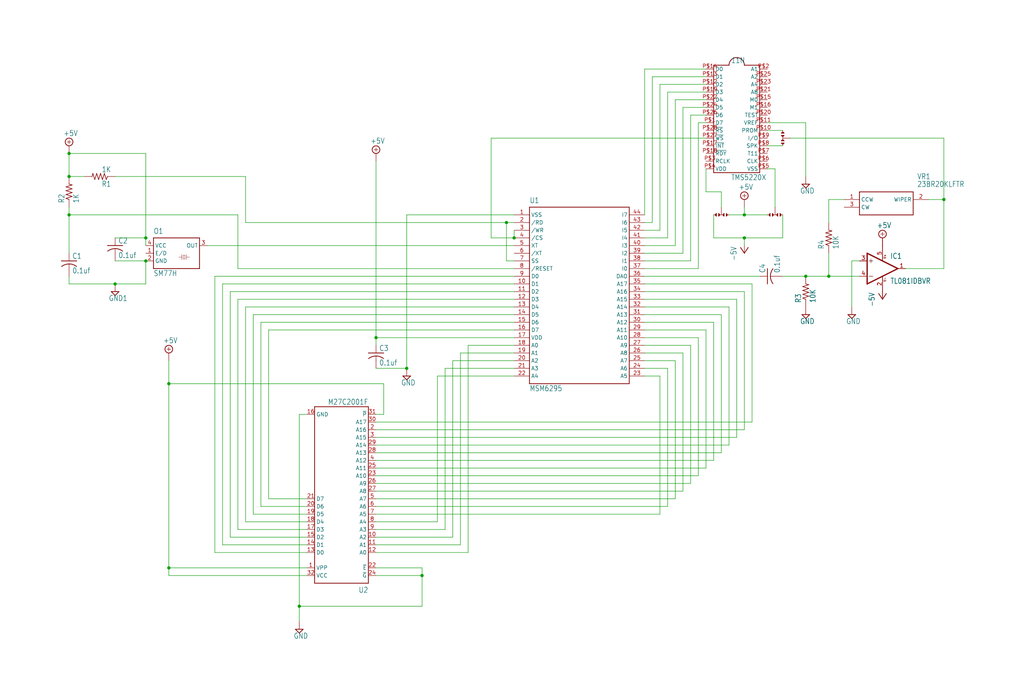
<source format=kicad_sch>
(kicad_sch (version 20211123) (generator eeschema)
  (paper "User" 338.938 231.75)
  (lib_symbols
    (symbol "Havoc6295_1_8-eagle-import:+5V" (power)
      (property "Value" "+5V" (at -1.905 3.175 0))
      (symbol "+5V_1_0"
        (polyline (pts (xy -0.635 1.27) (xy 0.635 1.27)) (stroke (width 0.1524)))
        (polyline (pts (xy 0 0.635) (xy 0 1.905)) (stroke (width 0.1524)))
        (circle (center 0 1.27) (radius 1.27) (stroke (width 0.254)))
        (pin power_in line (at 0 -2.54 90) (length 2.54) (name "+5V") (number "1"))
      )
    )
    (symbol "Havoc6295_1_8-eagle-import:-5V" (power)
      (property "Value" "-5V" (at -2.54 -2.54 90))
      (symbol "-5V_1_0"
        (polyline (pts (xy -1.27 1.905) (xy 0 0)) (stroke (width 0.254)))
        (polyline (pts (xy 0 0) (xy 1.27 1.905)) (stroke (width 0.254)))
        (pin power_in line (at 0 2.54 270) (length 2.54) (name "-5V") (number "1"))
      )
    )
    (symbol "Havoc6295_1_8-eagle-import:0R-JUMPB"
      (symbol "0R-JUMPB_1_0"
        (arc (start -0.508 -1.524) (mid 0 -2.032) (end 0.508 -1.524) (stroke (width 0.0001)) (fill (type outline)))
        (arc (start -0.508 1.016) (mid 0 0.508) (end 0.508 1.016) (stroke (width 0.0001)) (fill (type outline)))
        (polyline (pts (xy 0 -2.54) (xy 0 -1.778)) (stroke (width 0.1524)))
        (polyline (pts (xy 0 0.508) (xy 0 -0.508)) (stroke (width 0.1524)))
        (polyline (pts (xy 0 2.54) (xy 0 1.778)) (stroke (width 0.1524)))
        (arc (start 0.508 -1.016) (mid 0 -0.508) (end -0.508 -1.016) (stroke (width 0.0001)) (fill (type outline)))
        (arc (start 0.508 1.524) (mid 0 2.032) (end -0.508 1.524) (stroke (width 0.0001)) (fill (type outline)))
        (pin passive line (at 0 2.54 270) (length 0) (name "1") (number "1"))
        (pin passive line (at 2.54 0 180) (length 2.54) (name "2") (number "2"))
        (pin passive line (at 0 -2.54 90) (length 0) (name "3") (number "3"))
      )
      (symbol "0R-JUMPB_2_0"
        (polyline (pts (xy -0.762 -2.286) (xy -0.762 -2.032)) (stroke (width 0.1524)))
        (polyline (pts (xy -0.762 -1.778) (xy -0.762 -1.524)) (stroke (width 0.1524)))
        (polyline (pts (xy -0.762 -1.016) (xy -0.762 -0.762)) (stroke (width 0.1524)))
        (polyline (pts (xy -0.762 -0.508) (xy -0.762 -0.254)) (stroke (width 0.1524)))
        (polyline (pts (xy -0.508 -2.286) (xy -0.762 -2.286)) (stroke (width 0.1524)))
        (polyline (pts (xy -0.508 -0.254) (xy -0.762 -0.254)) (stroke (width 0.1524)))
        (polyline (pts (xy 0.254 -2.286) (xy -0.254 -2.286)) (stroke (width 0.1524)))
        (polyline (pts (xy 0.254 -0.254) (xy -0.254 -0.254)) (stroke (width 0.1524)))
        (polyline (pts (xy 0.762 -2.286) (xy 0.508 -2.286)) (stroke (width 0.1524)))
        (polyline (pts (xy 0.762 -2.032) (xy 0.762 -2.286)) (stroke (width 0.1524)))
        (polyline (pts (xy 0.762 -1.524) (xy 0.762 -1.778)) (stroke (width 0.1524)))
        (polyline (pts (xy 0.762 -0.762) (xy 0.762 -1.016)) (stroke (width 0.1524)))
        (polyline (pts (xy 0.762 -0.254) (xy 0.508 -0.254)) (stroke (width 0.1524)))
        (polyline (pts (xy 0.762 -0.254) (xy 0.762 -0.508)) (stroke (width 0.1524)))
        (rectangle (start 0.508 -0.508) (end -0.508 -2.032) (fill (type outline)))
      )
    )
    (symbol "Havoc6295_1_8-eagle-import:23BR20KLFTR"
      (property "Reference" "VR" (at 24.13 7.62 0))
      (property "Value" "23BR20KLFTR" (at 24.13 5.08 0))
      (symbol "23BR20KLFTR_1_0"
        (polyline (pts (xy 5.08 2.54) (xy 5.08 -5.08)) (stroke (width 0.254)))
        (polyline (pts (xy 5.08 2.54) (xy 22.86 2.54)) (stroke (width 0.254)))
        (polyline (pts (xy 22.86 -5.08) (xy 5.08 -5.08)) (stroke (width 0.254)))
        (polyline (pts (xy 22.86 -5.08) (xy 22.86 2.54)) (stroke (width 0.254)))
        (pin bidirectional line (at 0 0 0) (length 5.08) (name "CCW") (number "1"))
        (pin bidirectional line (at 27.94 0 180) (length 5.08) (name "WIPER") (number "2"))
        (pin bidirectional line (at 0 -2.54 0) (length 5.08) (name "CW") (number "3"))
      )
    )
    (symbol "Havoc6295_1_8-eagle-import:C-USC0805"
      (property "Reference" "C" (at 1.016 0.635 0))
      (property "Value" "C-USC0805" (at 1.016 -4.191 0))
      (symbol "C-USC0805_1_0"
        (arc (start 0 -1.0161) (mid -1.302 -1.2303) (end -2.4668 -1.8504) (stroke (width 0.254)))
        (polyline (pts (xy -2.54 0) (xy 2.54 0)) (stroke (width 0.254)))
        (polyline (pts (xy 0 -1.016) (xy 0 -2.54)) (stroke (width 0.1524)))
        (arc (start 2.4892 -1.8542) (mid 1.3158 -1.2195) (end 0 -1) (stroke (width 0.254)))
        (pin passive line (at 0 2.54 270) (length 2.54) (name "1") (number "1"))
        (pin passive line (at 0 -5.08 90) (length 2.54) (name "2") (number "2"))
      )
    )
    (symbol "Havoc6295_1_8-eagle-import:GND" (power)
      (property "Value" "GND" (at -1.905 -3.175 0))
      (symbol "GND_1_0"
        (polyline (pts (xy -1.27 0) (xy 1.27 0)) (stroke (width 0.254)))
        (polyline (pts (xy 0 -1.27) (xy -1.27 0)) (stroke (width 0.254)))
        (polyline (pts (xy 1.27 0) (xy 0 -1.27)) (stroke (width 0.254)))
        (pin power_in line (at 0 2.54 270) (length 2.54) (name "GND") (number "1"))
      )
    )
    (symbol "Havoc6295_1_8-eagle-import:GND1" (power)
      (property "Value" "GND1" (at -2.159 -3.175 0))
      (symbol "GND1_1_0"
        (polyline (pts (xy -1.27 0) (xy 1.27 0)) (stroke (width 0.254)))
        (polyline (pts (xy 0 -1.27) (xy -1.27 0)) (stroke (width 0.254)))
        (polyline (pts (xy 1.27 0) (xy 0 -1.27)) (stroke (width 0.254)))
        (pin power_in line (at 0 2.54 270) (length 2.54) (name "GND1") (number "1"))
      )
    )
    (symbol "Havoc6295_1_8-eagle-import:LMV321?M5"
      (property "Reference" "IC1" (at 2.54 3.175 0))
      (property "Value" "TL081IDBVR" (at 2.54 -5.08 0))
      (symbol "LMV321?M5_1_0"
        (polyline (pts (xy -5.08 -5.08) (xy 5.08 0)) (stroke (width 0.4064)))
        (polyline (pts (xy -5.08 5.08) (xy -5.08 -5.08)) (stroke (width 0.4064)))
        (polyline (pts (xy -4.445 -2.54) (xy -3.175 -2.54)) (stroke (width 0.1524)))
        (polyline (pts (xy -4.445 2.54) (xy -3.175 2.54)) (stroke (width 0.1524)))
        (polyline (pts (xy -3.81 3.175) (xy -3.81 1.905)) (stroke (width 0.1524)))
        (polyline (pts (xy 5.08 0) (xy -5.08 5.08)) (stroke (width 0.4064)))
        (text "V+" (at 1.27 3.175 900) (effects (font (size 0.8128 0.6908)) (justify left bottom)))
        (text "V-" (at 1.27 -4.445 900) (effects (font (size 0.8128 0.6908)) (justify left bottom)))
        (pin output line (at 7.62 0 180) (length 2.54) (name "OUT") (number "1"))
        (pin power_in line (at 0 -7.62 90) (length 5.08) (name "V-") (number "2"))
        (pin input line (at -7.62 2.54 0) (length 2.54) (name "+IN") (number "3"))
        (pin input line (at -7.62 -2.54 0) (length 2.54) (name "-IN") (number "4"))
        (pin power_in line (at 0 7.62 270) (length 5.08) (name "V+") (number "5"))
      )
    )
    (symbol "Havoc6295_1_8-eagle-import:M27C2001F"
      (property "Value" "M27C2001F" (at -7.62 -33.02 0))
      (symbol "M27C2001F_1_0"
        (polyline (pts (xy -7.62 -30.48) (xy -7.62 27.94)) (stroke (width 0.254)))
        (polyline (pts (xy -7.62 27.94) (xy 10.16 27.94)) (stroke (width 0.254)))
        (polyline (pts (xy 10.16 -30.48) (xy -7.62 -30.48)) (stroke (width 0.254)))
        (polyline (pts (xy 10.16 27.94) (xy 10.16 -30.48)) (stroke (width 0.254)))
        (pin power_in line (at 12.7 22.86 180) (length 2.54) (name "VPP") (number "1"))
        (pin input line (at -10.16 12.7 0) (length 2.54) (name "A2") (number "10"))
        (pin input line (at -10.16 15.24 0) (length 2.54) (name "A1") (number "11"))
        (pin input line (at -10.16 17.78 0) (length 2.54) (name "A0") (number "12"))
        (pin tri_state line (at 12.7 17.78 180) (length 2.54) (name "D0") (number "13"))
        (pin tri_state line (at 12.7 15.24 180) (length 2.54) (name "D1") (number "14"))
        (pin tri_state line (at 12.7 12.7 180) (length 2.54) (name "D2") (number "15"))
        (pin power_in line (at 12.7 -27.94 180) (length 2.54) (name "GND") (number "16"))
        (pin tri_state line (at 12.7 10.16 180) (length 2.54) (name "D3") (number "17"))
        (pin tri_state line (at 12.7 7.62 180) (length 2.54) (name "D4") (number "18"))
        (pin tri_state line (at 12.7 5.08 180) (length 2.54) (name "D5") (number "19"))
        (pin input line (at -10.16 -22.86 0) (length 2.54) (name "A16") (number "2"))
        (pin tri_state line (at 12.7 2.54 180) (length 2.54) (name "D6") (number "20"))
        (pin tri_state line (at 12.7 0 180) (length 2.54) (name "D7") (number "21"))
        (pin input line (at -10.16 22.86 0) (length 2.54) (name "~{E}") (number "22"))
        (pin input line (at -10.16 -7.62 0) (length 2.54) (name "A10") (number "23"))
        (pin input line (at -10.16 25.4 0) (length 2.54) (name "~{G}") (number "24"))
        (pin input line (at -10.16 -10.16 0) (length 2.54) (name "A11") (number "25"))
        (pin input line (at -10.16 -5.08 0) (length 2.54) (name "A9") (number "26"))
        (pin input line (at -10.16 -2.54 0) (length 2.54) (name "A8") (number "27"))
        (pin input line (at -10.16 -15.24 0) (length 2.54) (name "A13") (number "28"))
        (pin input line (at -10.16 -17.78 0) (length 2.54) (name "A14") (number "29"))
        (pin input line (at -10.16 -20.32 0) (length 2.54) (name "A15") (number "3"))
        (pin input line (at -10.16 -25.4 0) (length 2.54) (name "A17") (number "30"))
        (pin input line (at -10.16 -27.94 0) (length 2.54) (name "~{P}") (number "31"))
        (pin power_in line (at 12.7 25.4 180) (length 2.54) (name "VCC") (number "32"))
        (pin input line (at -10.16 -12.7 0) (length 2.54) (name "A12") (number "4"))
        (pin input line (at -10.16 0 0) (length 2.54) (name "A7") (number "5"))
        (pin input line (at -10.16 2.54 0) (length 2.54) (name "A6") (number "6"))
        (pin input line (at -10.16 5.08 0) (length 2.54) (name "A5") (number "7"))
        (pin input line (at -10.16 7.62 0) (length 2.54) (name "A4") (number "8"))
        (pin input line (at -10.16 10.16 0) (length 2.54) (name "A3") (number "9"))
      )
    )
    (symbol "Havoc6295_1_8-eagle-import:MSM6295"
      (property "Reference" "IC" (at -17.78 31.75 0))
      (property "Value" "MSM6295" (at -17.78 -30.48 0))
      (symbol "MSM6295_1_0"
        (polyline (pts (xy -17.78 -27.94) (xy 15.24 -27.94)) (stroke (width 0.254)))
        (polyline (pts (xy -17.78 30.48) (xy -17.78 -27.94)) (stroke (width 0.254)))
        (polyline (pts (xy 15.24 -27.94) (xy 15.24 30.48)) (stroke (width 0.254)))
        (polyline (pts (xy 15.24 30.48) (xy -17.78 30.48)) (stroke (width 0.254)))
        (pin power_in line (at -22.86 27.94 0) (length 5.08) (name "VSS") (number "1"))
        (pin bidirectional line (at -22.86 5.08 0) (length 5.08) (name "D1") (number "10"))
        (pin bidirectional line (at -22.86 2.54 0) (length 5.08) (name "D2") (number "11"))
        (pin bidirectional line (at -22.86 0 0) (length 5.08) (name "D3") (number "12"))
        (pin bidirectional line (at -22.86 -2.54 0) (length 5.08) (name "D4") (number "13"))
        (pin bidirectional line (at -22.86 -5.08 0) (length 5.08) (name "D5") (number "14"))
        (pin bidirectional line (at -22.86 -7.62 0) (length 5.08) (name "D6") (number "15"))
        (pin bidirectional line (at -22.86 -10.16 0) (length 5.08) (name "D7") (number "16"))
        (pin power_in line (at -22.86 -12.7 0) (length 5.08) (name "VDD") (number "17"))
        (pin bidirectional line (at -22.86 -15.24 0) (length 5.08) (name "A0") (number "18"))
        (pin bidirectional line (at -22.86 -17.78 0) (length 5.08) (name "A1") (number "19"))
        (pin input line (at -22.86 25.4 0) (length 5.08) (name "/RD") (number "2"))
        (pin bidirectional line (at -22.86 -20.32 0) (length 5.08) (name "A2") (number "20"))
        (pin bidirectional line (at -22.86 -22.86 0) (length 5.08) (name "A3") (number "21"))
        (pin bidirectional line (at -22.86 -25.4 0) (length 5.08) (name "A4") (number "22"))
        (pin bidirectional line (at 20.32 -25.4 180) (length 5.08) (name "A5") (number "23"))
        (pin bidirectional line (at 20.32 -22.86 180) (length 5.08) (name "A6") (number "24"))
        (pin bidirectional line (at 20.32 -20.32 180) (length 5.08) (name "A7") (number "25"))
        (pin bidirectional line (at 20.32 -17.78 180) (length 5.08) (name "A8") (number "26"))
        (pin bidirectional line (at 20.32 -15.24 180) (length 5.08) (name "A9") (number "27"))
        (pin bidirectional line (at 20.32 -12.7 180) (length 5.08) (name "A10") (number "28"))
        (pin bidirectional line (at 20.32 -10.16 180) (length 5.08) (name "A11") (number "29"))
        (pin input line (at -22.86 22.86 0) (length 5.08) (name "/WR") (number "3"))
        (pin bidirectional line (at 20.32 -7.62 180) (length 5.08) (name "A12") (number "30"))
        (pin bidirectional line (at 20.32 -5.08 180) (length 5.08) (name "A13") (number "31"))
        (pin bidirectional line (at 20.32 -2.54 180) (length 5.08) (name "A14") (number "32"))
        (pin bidirectional line (at 20.32 0 180) (length 5.08) (name "A15") (number "33"))
        (pin bidirectional line (at 20.32 2.54 180) (length 5.08) (name "A16") (number "34"))
        (pin bidirectional line (at 20.32 5.08 180) (length 5.08) (name "A17") (number "35"))
        (pin output line (at 20.32 7.62 180) (length 5.08) (name "DAO") (number "36"))
        (pin bidirectional line (at 20.32 10.16 180) (length 5.08) (name "I0") (number "37"))
        (pin bidirectional line (at 20.32 12.7 180) (length 5.08) (name "I1") (number "38"))
        (pin bidirectional line (at 20.32 15.24 180) (length 5.08) (name "I2") (number "39"))
        (pin input line (at -22.86 20.32 0) (length 5.08) (name "/CS") (number "4"))
        (pin bidirectional line (at 20.32 17.78 180) (length 5.08) (name "I3") (number "40"))
        (pin bidirectional line (at 20.32 20.32 180) (length 5.08) (name "I4") (number "41"))
        (pin bidirectional line (at 20.32 22.86 180) (length 5.08) (name "I5") (number "42"))
        (pin bidirectional line (at 20.32 25.4 180) (length 5.08) (name "I6") (number "43"))
        (pin bidirectional line (at 20.32 27.94 180) (length 5.08) (name "I7") (number "44"))
        (pin passive line (at -22.86 17.78 0) (length 5.08) (name "XT") (number "5"))
        (pin passive line (at -22.86 15.24 0) (length 5.08) (name "/XT") (number "6"))
        (pin input line (at -22.86 12.7 0) (length 5.08) (name "SS") (number "7"))
        (pin input line (at -22.86 10.16 0) (length 5.08) (name "/RESET") (number "8"))
        (pin bidirectional line (at -22.86 7.62 0) (length 5.08) (name "D0") (number "9"))
      )
    )
    (symbol "Havoc6295_1_8-eagle-import:R-US_R0805"
      (property "Reference" "R" (at -3.81 1.4986 0))
      (property "Value" "R-US_R0805" (at -3.81 -3.302 0))
      (symbol "R-US_R0805_1_0"
        (polyline (pts (xy -2.54 0) (xy -2.159 1.016)) (stroke (width 0.2032)))
        (polyline (pts (xy -2.159 1.016) (xy -1.524 -1.016)) (stroke (width 0.2032)))
        (polyline (pts (xy -1.524 -1.016) (xy -0.889 1.016)) (stroke (width 0.2032)))
        (polyline (pts (xy -0.889 1.016) (xy -0.254 -1.016)) (stroke (width 0.2032)))
        (polyline (pts (xy -0.254 -1.016) (xy 0.381 1.016)) (stroke (width 0.2032)))
        (polyline (pts (xy 0.381 1.016) (xy 1.016 -1.016)) (stroke (width 0.2032)))
        (polyline (pts (xy 1.016 -1.016) (xy 1.651 1.016)) (stroke (width 0.2032)))
        (polyline (pts (xy 1.651 1.016) (xy 2.286 -1.016)) (stroke (width 0.2032)))
        (polyline (pts (xy 2.286 -1.016) (xy 2.54 0)) (stroke (width 0.2032)))
        (pin passive line (at -5.08 0 0) (length 2.54) (name "1") (number "1"))
        (pin passive line (at 5.08 0 180) (length 2.54) (name "2") (number "2"))
      )
    )
    (symbol "Havoc6295_1_8-eagle-import:SM77H"
      (property "Reference" "QG" (at -7.62 6.35 0))
      (property "Value" "SM77H" (at -7.62 -7.62 0))
      (symbol "SM77H_1_0"
        (polyline (pts (xy -7.62 -5.08) (xy 7.62 -5.08)) (stroke (width 0.254)))
        (polyline (pts (xy -7.62 5.08) (xy -7.62 -5.08)) (stroke (width 0.254)))
        (polyline (pts (xy 0.762 -1.27) (xy 1.778 -1.27)) (stroke (width 0.1016)))
        (polyline (pts (xy 1.778 -1.27) (xy 1.778 -2.159)) (stroke (width 0.1016)))
        (polyline (pts (xy 1.778 -1.27) (xy 1.778 -0.381)) (stroke (width 0.1016)))
        (polyline (pts (xy 2.286 -1.905) (xy 2.286 -0.635)) (stroke (width 0.1016)))
        (polyline (pts (xy 2.286 -0.635) (xy 2.794 -0.635)) (stroke (width 0.1016)))
        (polyline (pts (xy 2.794 -1.905) (xy 2.286 -1.905)) (stroke (width 0.1016)))
        (polyline (pts (xy 2.794 -0.635) (xy 2.794 -1.905)) (stroke (width 0.1016)))
        (polyline (pts (xy 3.302 -1.27) (xy 3.302 -2.159)) (stroke (width 0.1016)))
        (polyline (pts (xy 3.302 -1.27) (xy 3.302 -0.381)) (stroke (width 0.1016)))
        (polyline (pts (xy 4.318 -1.27) (xy 3.302 -1.27)) (stroke (width 0.1016)))
        (polyline (pts (xy 7.62 -5.08) (xy 7.62 5.08)) (stroke (width 0.254)))
        (polyline (pts (xy 7.62 5.08) (xy -7.62 5.08)) (stroke (width 0.254)))
        (pin input line (at -10.16 0 0) (length 2.54) (name "E/D") (number "1"))
        (pin power_in line (at -10.16 -2.54 0) (length 2.54) (name "GND") (number "2"))
        (pin output line (at 10.16 2.54 180) (length 2.54) (name "OUT") (number "3"))
        (pin power_in line (at -10.16 2.54 0) (length 2.54) (name "VCC") (number "4"))
      )
    )
    (symbol "Havoc6295_1_8-eagle-import:TMS5220X"
      (property "Value" "TMS5220X" (at -4.445 -21.59 0))
      (symbol "TMS5220X_1_0"
        (polyline (pts (xy -10.16 -19.05) (xy 5.08 -19.05)) (stroke (width 0.254)))
        (polyline (pts (xy -10.16 16.51) (xy -10.16 -19.05)) (stroke (width 0.254)))
        (polyline (pts (xy -10.16 16.51) (xy -5.08 16.51)) (stroke (width 0.254)))
        (polyline (pts (xy 5.08 -19.05) (xy 5.08 16.51)) (stroke (width 0.254)))
        (polyline (pts (xy 5.08 16.51) (xy 0 16.51)) (stroke (width 0.254)))
        (arc (start 0 16.51) (mid -2.54 19.05) (end -5.08 16.51) (stroke (width 0.254)))
        (pin bidirectional line (at -12.7 -2.54 0) (length 2.54) (name "D7") (number "P$1"))
        (pin output line (at 7.62 -5.08 180) (length 2.54) (name "PROM") (number "P$10"))
        (pin power_in line (at 7.62 -2.54 180) (length 2.54) (name "VREF") (number "P$11"))
        (pin bidirectional line (at -12.7 10.16 0) (length 2.54) (name "D2") (number "P$12"))
        (pin bidirectional line (at -12.7 12.7 0) (length 2.54) (name "D1") (number "P$13"))
        (pin bidirectional line (at -12.7 15.24 0) (length 2.54) (name "D0") (number "P$14"))
        (pin output line (at 7.62 5.08 180) (length 2.54) (name "M0") (number "P$15"))
        (pin output line (at 7.62 2.54 180) (length 2.54) (name "M1") (number "P$16"))
        (pin input line (at -12.7 -10.16 0) (length 2.54) (name "~{INT}") (number "P$17"))
        (pin output line (at -12.7 -12.7 0) (length 2.54) (name "~{RDY}") (number "P$18"))
        (pin bidirectional line (at -12.7 7.62 0) (length 2.54) (name "D3") (number "P$19"))
        (pin passive line (at 7.62 15.24 180) (length 2.54) (name "A1") (number "P$2"))
        (pin input line (at 7.62 0 180) (length 2.54) (name "TEST") (number "P$20"))
        (pin bidirectional line (at 7.62 7.62 180) (length 2.54) (name "A8") (number "P$21"))
        (pin bidirectional line (at -12.7 5.08 0) (length 2.54) (name "D4") (number "P$22"))
        (pin passive line (at 7.62 10.16 180) (length 2.54) (name "A4") (number "P$23"))
        (pin bidirectional line (at -12.7 2.54 0) (length 2.54) (name "D5") (number "P$24"))
        (pin passive line (at 7.62 12.7 180) (length 2.54) (name "A2") (number "P$25"))
        (pin bidirectional line (at -12.7 0 0) (length 2.54) (name "D6") (number "P$26"))
        (pin input line (at -12.7 -7.62 0) (length 2.54) (name "~{WS}") (number "P$27"))
        (pin input line (at -12.7 -5.08 0) (length 2.54) (name "~{RS}") (number "P$28"))
        (pin output line (at -12.7 -15.24 0) (length 2.54) (name "RCLK") (number "P$3"))
        (pin power_in line (at -12.7 -17.78 0) (length 2.54) (name "VDD") (number "P$4"))
        (pin power_in line (at 7.62 -17.78 180) (length 2.54) (name "VSS") (number "P$5"))
        (pin input line (at 7.62 -15.24 180) (length 2.54) (name "CLK") (number "P$6"))
        (pin output line (at 7.62 -12.7 180) (length 2.54) (name "T11") (number "P$7"))
        (pin output line (at 7.62 -10.16 180) (length 2.54) (name "SPK") (number "P$8"))
        (pin output line (at 7.62 -7.62 180) (length 2.54) (name "I/O") (number "P$9"))
      )
    )
  )
  (junction (at 55.88 187.96))
  (junction (at 55.88 127))
  (junction (at 246.38 71.12))
  (junction (at 312.42 66.04))
  (junction (at 139.7 190.5))
  (junction (at 266.7 91.44))
  (junction (at 22.86 58.42))
  (junction (at 48.26 78.74))
  (junction (at 124.46 111.76))
  (junction (at 48.26 86.36))
  (junction (at 99.06 200.66))
  (junction (at 22.86 50.8))
  (junction (at 134.62 121.92))
  (junction (at 22.86 71.12))
  (junction (at 274.32 91.44))
  (junction (at 246.38 78.74))
  (junction (at 167.64 73.66))
  (junction (at 170.18 78.74))
  (junction (at 38.1 93.98))
  (wire (pts (xy 213.36 116.84) (xy 226.06 116.84)))
  (wire (pts (xy 83.82 170.18) (xy 101.6 170.18)))
  (wire (pts (xy 48.26 86.36) (xy 48.26 93.98)))
  (wire (pts (xy 238.76 63.5) (xy 238.76 68.58)))
  (wire (pts (xy 134.62 71.12) (xy 134.62 121.92)))
  (wire (pts (xy 213.36 73.66) (xy 215.9 73.66)))
  (wire (pts (xy 259.08 78.74) (xy 246.38 78.74)))
  (wire (pts (xy 274.32 91.44) (xy 284.48 91.44)))
  (wire (pts (xy 228.6 38.1) (xy 233.68 38.1)))
  (wire (pts (xy 78.74 88.9) (xy 78.74 71.12)))
  (wire (pts (xy 78.74 71.12) (xy 22.86 71.12)))
  (wire (pts (xy 124.46 190.5) (xy 139.7 190.5)))
  (wire (pts (xy 124.46 137.16) (xy 127 137.16)))
  (wire (pts (xy 238.76 149.86) (xy 124.46 149.86)))
  (wire (pts (xy 213.36 76.2) (xy 218.44 76.2)))
  (wire (pts (xy 22.86 91.44) (xy 22.86 93.98)))
  (wire (pts (xy 236.22 78.74) (xy 246.38 78.74)))
  (wire (pts (xy 220.98 30.48) (xy 233.68 30.48)))
  (wire (pts (xy 213.36 106.68) (xy 236.22 106.68)))
  (wire (pts (xy 22.86 50.8) (xy 22.86 58.42)))
  (wire (pts (xy 213.36 71.12) (xy 213.36 22.86)))
  (wire (pts (xy 226.06 116.84) (xy 226.06 162.56)))
  (wire (pts (xy 220.98 78.74) (xy 220.98 30.48)))
  (wire (pts (xy 281.94 101.6) (xy 281.94 86.36)))
  (wire (pts (xy 312.42 66.04) (xy 312.42 45.72)))
  (wire (pts (xy 170.18 106.68) (xy 86.36 106.68)))
  (wire (pts (xy 81.28 172.72) (xy 101.6 172.72)))
  (wire (pts (xy 236.22 71.12) (xy 236.22 78.74)))
  (wire (pts (xy 233.68 63.5) (xy 238.76 63.5)))
  (wire (pts (xy 154.94 182.88) (xy 124.46 182.88)))
  (wire (pts (xy 170.18 119.38) (xy 149.86 119.38)))
  (wire (pts (xy 312.42 88.9) (xy 312.42 66.04)))
  (wire (pts (xy 22.86 83.82) (xy 22.86 71.12)))
  (wire (pts (xy 99.06 137.16) (xy 99.06 200.66)))
  (wire (pts (xy 22.86 71.12) (xy 22.86 68.58)))
  (wire (pts (xy 68.58 81.28) (xy 170.18 81.28)))
  (wire (pts (xy 170.18 104.14) (xy 83.82 104.14)))
  (wire (pts (xy 231.14 157.48) (xy 124.46 157.48)))
  (wire (pts (xy 78.74 99.06) (xy 78.74 175.26)))
  (wire (pts (xy 215.9 73.66) (xy 215.9 25.4)))
  (wire (pts (xy 223.52 33.02) (xy 233.68 33.02)))
  (wire (pts (xy 213.36 86.36) (xy 228.6 86.36)))
  (wire (pts (xy 55.88 127) (xy 55.88 119.38)))
  (wire (pts (xy 38.1 86.36) (xy 48.26 86.36)))
  (wire (pts (xy 170.18 116.84) (xy 152.4 116.84)))
  (wire (pts (xy 170.18 78.74) (xy 170.18 76.2)))
  (wire (pts (xy 167.64 73.66) (xy 167.64 86.36)))
  (wire (pts (xy 213.36 101.6) (xy 241.3 101.6)))
  (wire (pts (xy 101.6 187.96) (xy 55.88 187.96)))
  (wire (pts (xy 259.08 48.26) (xy 254 48.26)))
  (wire (pts (xy 248.92 93.98) (xy 248.92 139.7)))
  (wire (pts (xy 101.6 190.5) (xy 55.88 190.5)))
  (wire (pts (xy 27.94 58.42) (xy 22.86 58.42)))
  (wire (pts (xy 213.36 114.3) (xy 228.6 114.3)))
  (wire (pts (xy 144.78 172.72) (xy 124.46 172.72)))
  (wire (pts (xy 254 40.64) (xy 266.7 40.64)))
  (wire (pts (xy 147.32 175.26) (xy 124.46 175.26)))
  (wire (pts (xy 22.86 93.98) (xy 38.1 93.98)))
  (wire (pts (xy 48.26 78.74) (xy 48.26 50.8)))
  (wire (pts (xy 213.36 22.86) (xy 233.68 22.86)))
  (wire (pts (xy 81.28 101.6) (xy 81.28 172.72)))
  (wire (pts (xy 48.26 50.8) (xy 22.86 50.8)))
  (wire (pts (xy 170.18 111.76) (xy 124.46 111.76)))
  (wire (pts (xy 246.38 71.12) (xy 241.3 71.12)))
  (wire (pts (xy 259.08 71.12) (xy 259.08 78.74)))
  (wire (pts (xy 99.06 205.74) (xy 99.06 200.66)))
  (wire (pts (xy 71.12 91.44) (xy 71.12 182.88)))
  (wire (pts (xy 213.36 124.46) (xy 218.44 124.46)))
  (wire (pts (xy 144.78 124.46) (xy 144.78 172.72)))
  (wire (pts (xy 170.18 114.3) (xy 154.94 114.3)))
  (wire (pts (xy 76.2 96.52) (xy 76.2 177.8)))
  (wire (pts (xy 38.1 58.42) (xy 81.28 58.42)))
  (wire (pts (xy 213.36 104.14) (xy 238.76 104.14)))
  (wire (pts (xy 213.36 83.82) (xy 226.06 83.82)))
  (wire (pts (xy 228.6 86.36) (xy 228.6 38.1)))
  (wire (pts (xy 241.3 147.32) (xy 124.46 147.32)))
  (wire (pts (xy 170.18 78.74) (xy 162.56 78.74)))
  (wire (pts (xy 55.88 187.96) (xy 55.88 127)))
  (wire (pts (xy 223.52 119.38) (xy 223.52 165.1)))
  (wire (pts (xy 254 55.88) (xy 256.54 55.88)))
  (wire (pts (xy 233.68 154.94) (xy 124.46 154.94)))
  (wire (pts (xy 127 137.16) (xy 127 127)))
  (wire (pts (xy 299.72 88.9) (xy 312.42 88.9)))
  (wire (pts (xy 248.92 93.98) (xy 213.36 93.98)))
  (wire (pts (xy 81.28 73.66) (xy 167.64 73.66)))
  (wire (pts (xy 167.64 73.66) (xy 170.18 73.66)))
  (wire (pts (xy 248.92 139.7) (xy 124.46 139.7)))
  (wire (pts (xy 88.9 165.1) (xy 101.6 165.1)))
  (wire (pts (xy 170.18 88.9) (xy 78.74 88.9)))
  (wire (pts (xy 81.28 58.42) (xy 81.28 73.66)))
  (wire (pts (xy 266.7 91.44) (xy 274.32 91.44)))
  (wire (pts (xy 231.14 40.64) (xy 233.68 40.64)))
  (wire (pts (xy 256.54 55.88) (xy 256.54 68.58)))
  (wire (pts (xy 213.36 81.28) (xy 223.52 81.28)))
  (wire (pts (xy 152.4 180.34) (xy 124.46 180.34)))
  (wire (pts (xy 231.14 88.9) (xy 231.14 40.64)))
  (wire (pts (xy 149.86 177.8) (xy 124.46 177.8)))
  (wire (pts (xy 213.36 99.06) (xy 243.84 99.06)))
  (wire (pts (xy 213.36 119.38) (xy 223.52 119.38)))
  (wire (pts (xy 266.7 40.64) (xy 266.7 58.42)))
  (wire (pts (xy 86.36 106.68) (xy 86.36 167.64)))
  (wire (pts (xy 149.86 119.38) (xy 149.86 177.8)))
  (wire (pts (xy 259.08 91.44) (xy 266.7 91.44)))
  (wire (pts (xy 215.9 25.4) (xy 233.68 25.4)))
  (wire (pts (xy 281.94 86.36) (xy 284.48 86.36)))
  (wire (pts (xy 48.26 78.74) (xy 38.1 78.74)))
  (wire (pts (xy 312.42 45.72) (xy 261.62 45.72)))
  (wire (pts (xy 226.06 83.82) (xy 226.06 35.56)))
  (wire (pts (xy 226.06 35.56) (xy 233.68 35.56)))
  (wire (pts (xy 238.76 104.14) (xy 238.76 149.86)))
  (wire (pts (xy 86.36 167.64) (xy 101.6 167.64)))
  (wire (pts (xy 55.88 190.5) (xy 55.88 187.96)))
  (wire (pts (xy 233.68 109.22) (xy 233.68 154.94)))
  (wire (pts (xy 101.6 137.16) (xy 99.06 137.16)))
  (wire (pts (xy 170.18 101.6) (xy 81.28 101.6)))
  (wire (pts (xy 213.36 88.9) (xy 231.14 88.9)))
  (wire (pts (xy 218.44 170.18) (xy 124.46 170.18)))
  (wire (pts (xy 48.26 93.98) (xy 38.1 93.98)))
  (wire (pts (xy 170.18 71.12) (xy 134.62 71.12)))
  (wire (pts (xy 246.38 142.24) (xy 124.46 142.24)))
  (wire (pts (xy 241.3 101.6) (xy 241.3 147.32)))
  (wire (pts (xy 170.18 109.22) (xy 88.9 109.22)))
  (wire (pts (xy 73.66 180.34) (xy 101.6 180.34)))
  (wire (pts (xy 213.36 78.74) (xy 220.98 78.74)))
  (wire (pts (xy 220.98 121.92) (xy 220.98 167.64)))
  (wire (pts (xy 167.64 86.36) (xy 170.18 86.36)))
  (wire (pts (xy 246.38 71.12) (xy 254 71.12)))
  (wire (pts (xy 154.94 114.3) (xy 154.94 182.88)))
  (wire (pts (xy 213.36 91.44) (xy 251.46 91.44)))
  (wire (pts (xy 274.32 66.04) (xy 274.32 73.66)))
  (wire (pts (xy 139.7 187.96) (xy 124.46 187.96)))
  (wire (pts (xy 99.06 200.66) (xy 139.7 200.66)))
  (wire (pts (xy 127 127) (xy 55.88 127)))
  (wire (pts (xy 228.6 114.3) (xy 228.6 160.02)))
  (wire (pts (xy 243.84 99.06) (xy 243.84 144.78)))
  (wire (pts (xy 139.7 200.66) (xy 139.7 190.5)))
  (wire (pts (xy 213.36 121.92) (xy 220.98 121.92)))
  (wire (pts (xy 147.32 121.92) (xy 147.32 175.26)))
  (wire (pts (xy 170.18 93.98) (xy 73.66 93.98)))
  (wire (pts (xy 170.18 91.44) (xy 71.12 91.44)))
  (wire (pts (xy 220.98 167.64) (xy 124.46 167.64)))
  (wire (pts (xy 213.36 96.52) (xy 246.38 96.52)))
  (wire (pts (xy 124.46 53.34) (xy 124.46 111.76)))
  (wire (pts (xy 73.66 93.98) (xy 73.66 180.34)))
  (wire (pts (xy 228.6 160.02) (xy 124.46 160.02)))
  (wire (pts (xy 213.36 109.22) (xy 233.68 109.22)))
  (wire (pts (xy 88.9 109.22) (xy 88.9 165.1)))
  (wire (pts (xy 83.82 104.14) (xy 83.82 170.18)))
  (wire (pts (xy 71.12 182.88) (xy 101.6 182.88)))
  (wire (pts (xy 312.42 66.04) (xy 307.34 66.04)))
  (wire (pts (xy 274.32 83.82) (xy 274.32 91.44)))
  (wire (pts (xy 243.84 144.78) (xy 124.46 144.78)))
  (wire (pts (xy 246.38 68.58) (xy 246.38 71.12)))
  (wire (pts (xy 223.52 165.1) (xy 124.46 165.1)))
  (wire (pts (xy 246.38 78.74) (xy 246.38 81.28)))
  (wire (pts (xy 152.4 116.84) (xy 152.4 180.34)))
  (wire (pts (xy 170.18 99.06) (xy 78.74 99.06)))
  (wire (pts (xy 48.26 81.28) (xy 48.26 78.74)))
  (wire (pts (xy 162.56 45.72) (xy 233.68 45.72)))
  (wire (pts (xy 236.22 152.4) (xy 124.46 152.4)))
  (wire (pts (xy 170.18 121.92) (xy 147.32 121.92)))
  (wire (pts (xy 124.46 111.76) (xy 124.46 114.3)))
  (wire (pts (xy 78.74 175.26) (xy 101.6 175.26)))
  (wire (pts (xy 233.68 55.88) (xy 233.68 63.5)))
  (wire (pts (xy 218.44 27.94) (xy 233.68 27.94)))
  (wire (pts (xy 218.44 124.46) (xy 218.44 170.18)))
  (wire (pts (xy 76.2 177.8) (xy 101.6 177.8)))
  (wire (pts (xy 259.08 43.18) (xy 254 43.18)))
  (wire (pts (xy 231.14 111.76) (xy 231.14 157.48)))
  (wire (pts (xy 218.44 76.2) (xy 218.44 27.94)))
  (wire (pts (xy 223.52 81.28) (xy 223.52 33.02)))
  (wire (pts (xy 226.06 162.56) (xy 124.46 162.56)))
  (wire (pts (xy 162.56 78.74) (xy 162.56 45.72)))
  (wire (pts (xy 170.18 96.52) (xy 76.2 96.52)))
  (wire (pts (xy 236.22 106.68) (xy 236.22 152.4)))
  (wire (pts (xy 279.4 66.04) (xy 274.32 66.04)))
  (wire (pts (xy 134.62 121.92) (xy 124.46 121.92)))
  (wire (pts (xy 170.18 124.46) (xy 144.78 124.46)))
  (wire (pts (xy 246.38 96.52) (xy 246.38 142.24)))
  (wire (pts (xy 139.7 190.5) (xy 139.7 187.96)))
  (wire (pts (xy 213.36 111.76) (xy 231.14 111.76)))
  (symbol (lib_id "Havoc6295_1_8-eagle-import:+5V") (at 55.88 116.84 0) (unit 1)
    (property "Reference" "#SUPPLY06" (effects hide))
    (property "Value" "+5V" (at 53.975 113.665 0) (effects (font (size 1.778 1.5113)) (justify left bottom)))
    (property "Footprint" "Havoc6295_1_8:" (effects hide))
  )
  (symbol (lib_id "Havoc6295_1_8-eagle-import:C-USC0805") (at 22.86 86.36 0) (unit 1)
    (property "Reference" "C1" (at 23.876 85.725 0) (effects (font (size 1.778 1.5113)) (justify left bottom)))
    (property "Value" "0.1uf" (at 23.876 90.551 0) (effects (font (size 1.778 1.5113)) (justify left bottom)))
    (property "Footprint" "Havoc6295_1_8:C0805" (effects hide))
  )
  (symbol (lib_id "Havoc6295_1_8-eagle-import:LMV321?M5") (at 292.1 88.9 0) (unit 1)
    (property "Reference" "IC1" (at 294.64 85.725 0) (effects (font (size 1.778 1.5113)) (justify left bottom)))
    (property "Value" "TL081IDBVR" (at 294.64 93.98 0) (effects (font (size 1.778 1.5113)) (justify left bottom)))
    (property "Footprint" "Havoc6295_1_8:SOT23-5" (effects hide))
  )
  (symbol (lib_id "Havoc6295_1_8-eagle-import:M27C2001F") (at 114.3 165.1 180) (unit 1)
    (property "Reference" "U2" (at 121.92 194.31 0) (effects (font (size 1.778 1.5113)) (justify left bottom)))
    (property "Value" "M27C2001F" (at 121.92 132.08 0) (effects (font (size 1.778 1.5113)) (justify left bottom)))
    (property "Footprint" "Havoc6295_1_8:FDIP32" (effects hide))
  )
  (symbol (lib_id "Havoc6295_1_8-eagle-import:23BR20KLFTR") (at 279.4 66.04 0) (unit 1)
    (property "Reference" "VR1" (at 303.53 58.42 0) (effects (font (size 1.778 1.5113)) (justify left)))
    (property "Value" "23BR20KLFTR" (at 303.53 60.96 0) (effects (font (size 1.778 1.5113)) (justify left)))
    (property "Footprint" "Havoc6295_1_8:23BR20KLFTR" (effects hide))
  )
  (symbol (lib_id "Havoc6295_1_8-eagle-import:R-US_R0805") (at 22.86 63.5 90) (unit 1)
    (property "Reference" "R2" (at 21.3614 67.31 0) (effects (font (size 1.778 1.5113)) (justify left bottom)))
    (property "Value" "1K" (at 26.162 67.31 0) (effects (font (size 1.778 1.5113)) (justify left bottom)))
    (property "Footprint" "Havoc6295_1_8:R0805" (effects hide))
  )
  (symbol (lib_id "Havoc6295_1_8-eagle-import:TMS5220X") (at 246.38 38.1 0) (unit 1)
    (property "Reference" "11N" (at 241.935 20.955 0) (effects (font (size 1.778 1.5113)) (justify left bottom)))
    (property "Value" "TMS5220X" (at 241.935 59.69 0) (effects (font (size 1.778 1.5113)) (justify left bottom)))
    (property "Footprint" "Havoc6295_1_8:DIL28-SMT" (effects hide))
  )
  (symbol (lib_id "Havoc6295_1_8-eagle-import:GND") (at 281.94 104.14 0) (unit 1)
    (property "Reference" "#SUPPLY010" (effects hide))
    (property "Value" "GND" (at 280.035 107.315 0) (effects (font (size 1.778 1.5113)) (justify left bottom)))
    (property "Footprint" "Havoc6295_1_8:" (effects hide))
  )
  (symbol (lib_id "Havoc6295_1_8-eagle-import:0R-JUMPB") (at 259.08 45.72 0) (unit 1)
    (property "Reference" "JMP1" (effects hide))
    (property "Value" "0R-JUMPB" (effects hide))
    (property "Footprint" "Havoc6295_1_8:B0R-JMP" (effects hide))
  )
  (symbol (lib_id "Havoc6295_1_8-eagle-import:GND") (at 266.7 60.96 0) (unit 1)
    (property "Reference" "#SUPPLY04" (effects hide))
    (property "Value" "GND" (at 264.795 64.135 0) (effects (font (size 1.778 1.5113)) (justify left bottom)))
    (property "Footprint" "Havoc6295_1_8:" (effects hide))
  )
  (symbol (lib_id "Havoc6295_1_8-eagle-import:+5V") (at 124.46 50.8 0) (unit 1)
    (property "Reference" "#SUPPLY01" (effects hide))
    (property "Value" "+5V" (at 122.555 47.625 0) (effects (font (size 1.778 1.5113)) (justify left bottom)))
    (property "Footprint" "Havoc6295_1_8:" (effects hide))
  )
  (symbol (lib_id "Havoc6295_1_8-eagle-import:R-US_R0805") (at 274.32 78.74 90) (unit 1)
    (property "Reference" "R4" (at 272.8214 82.55 0) (effects (font (size 1.778 1.5113)) (justify left bottom)))
    (property "Value" "10K" (at 277.622 82.55 0) (effects (font (size 1.778 1.5113)) (justify left bottom)))
    (property "Footprint" "Havoc6295_1_8:R0805" (effects hide))
  )
  (symbol (lib_id "Havoc6295_1_8-eagle-import:C-USC0805") (at 124.46 116.84 0) (unit 1)
    (property "Reference" "C3" (at 125.476 116.205 0) (effects (font (size 1.778 1.5113)) (justify left bottom)))
    (property "Value" "0.1uf" (at 125.476 121.031 0) (effects (font (size 1.778 1.5113)) (justify left bottom)))
    (property "Footprint" "Havoc6295_1_8:C0805" (effects hide))
  )
  (symbol (lib_id "Havoc6295_1_8-eagle-import:GND") (at 266.7 104.14 0) (unit 1)
    (property "Reference" "#SUPPLY08" (effects hide))
    (property "Value" "GND" (at 264.795 107.315 0) (effects (font (size 1.778 1.5113)) (justify left bottom)))
    (property "Footprint" "Havoc6295_1_8:" (effects hide))
  )
  (symbol (lib_id "Havoc6295_1_8-eagle-import:GND") (at 134.62 124.46 0) (unit 1)
    (property "Reference" "#SUPPLY07" (effects hide))
    (property "Value" "GND" (at 132.715 127.635 0) (effects (font (size 1.778 1.5113)) (justify left bottom)))
    (property "Footprint" "Havoc6295_1_8:" (effects hide))
  )
  (symbol (lib_id "Havoc6295_1_8-eagle-import:-5V") (at 292.1 99.06 0) (unit 1)
    (property "Reference" "#P-02" (effects hide))
    (property "Value" "-5V" (at 289.56 101.6 90) (effects (font (size 1.778 1.5113)) (justify left bottom)))
    (property "Footprint" "Havoc6295_1_8:" (effects hide))
  )
  (symbol (lib_id "Havoc6295_1_8-eagle-import:+5V") (at 292.1 78.74 0) (unit 1)
    (property "Reference" "#SUPPLY09" (effects hide))
    (property "Value" "+5V" (at 290.195 75.565 0) (effects (font (size 1.778 1.5113)) (justify left bottom)))
    (property "Footprint" "Havoc6295_1_8:" (effects hide))
  )
  (symbol (lib_id "Havoc6295_1_8-eagle-import:R-US_R0805") (at 266.7 96.52 90) (unit 1)
    (property "Reference" "R3" (at 265.2014 100.33 0) (effects (font (size 1.778 1.5113)) (justify left bottom)))
    (property "Value" "10K" (at 270.002 100.33 0) (effects (font (size 1.778 1.5113)) (justify left bottom)))
    (property "Footprint" "Havoc6295_1_8:R0805" (effects hide))
  )
  (symbol (lib_id "Havoc6295_1_8-eagle-import:MSM6295") (at 193.04 99.06 0) (unit 1)
    (property "Reference" "U1" (at 175.26 67.31 0) (effects (font (size 1.778 1.5113)) (justify left bottom)))
    (property "Value" "MSM6295" (at 175.26 129.54 0) (effects (font (size 1.778 1.5113)) (justify left bottom)))
    (property "Footprint" "Havoc6295_1_8:PQFP44" (effects hide))
  )
  (symbol (lib_id "Havoc6295_1_8-eagle-import:C-USC0805") (at 38.1 81.28 0) (unit 1)
    (property "Reference" "C2" (at 39.116 80.645 0) (effects (font (size 1.778 1.5113)) (justify left bottom)))
    (property "Value" "0.1uf" (at 39.116 85.471 0) (effects (font (size 1.778 1.5113)) (justify left bottom)))
    (property "Footprint" "Havoc6295_1_8:C0805" (effects hide))
  )
  (symbol (lib_id "Havoc6295_1_8-eagle-import:R-US_R0805") (at 33.02 58.42 180) (unit 1)
    (property "Reference" "R1" (at 36.83 59.9186 0) (effects (font (size 1.778 1.5113)) (justify left bottom)))
    (property "Value" "1K" (at 36.83 55.118 0) (effects (font (size 1.778 1.5113)) (justify left bottom)))
    (property "Footprint" "Havoc6295_1_8:R0805" (effects hide))
  )
  (symbol (lib_id "Havoc6295_1_8-eagle-import:+5V") (at 22.86 48.26 0) (unit 1)
    (property "Reference" "#SUPPLY03" (effects hide))
    (property "Value" "+5V" (at 20.955 45.085 0) (effects (font (size 1.778 1.5113)) (justify left bottom)))
    (property "Footprint" "Havoc6295_1_8:" (effects hide))
  )
  (symbol (lib_id "Havoc6295_1_8-eagle-import:GND1") (at 38.1 96.52 0) (unit 1)
    (property "Reference" "#SUPPLY02" (effects hide))
    (property "Value" "GND1" (at 35.941 99.695 0) (effects (font (size 1.778 1.5113)) (justify left bottom)))
    (property "Footprint" "Havoc6295_1_8:" (effects hide))
  )
  (symbol (lib_id "Havoc6295_1_8-eagle-import:C-USC0805") (at 254 91.44 90) (unit 1)
    (property "Reference" "C4" (at 253.365 90.424 0) (effects (font (size 1.778 1.5113)) (justify left bottom)))
    (property "Value" "0.1uf" (at 258.191 90.424 0) (effects (font (size 1.778 1.5113)) (justify left bottom)))
    (property "Footprint" "Havoc6295_1_8:C0805" (effects hide))
  )
  (symbol (lib_id "Havoc6295_1_8-eagle-import:+5V") (at 246.38 66.04 0) (unit 1)
    (property "Reference" "#SUPPLY011" (effects hide))
    (property "Value" "+5V" (at 244.475 62.865 0) (effects (font (size 1.778 1.5113)) (justify left bottom)))
    (property "Footprint" "Havoc6295_1_8:" (effects hide))
  )
  (symbol (lib_id "Havoc6295_1_8-eagle-import:-5V") (at 246.38 83.82 0) (unit 1)
    (property "Reference" "#P-01" (effects hide))
    (property "Value" "-5V" (at 243.84 86.36 90) (effects (font (size 1.778 1.5113)) (justify left bottom)))
    (property "Footprint" "Havoc6295_1_8:" (effects hide))
  )
  (symbol (lib_id "Havoc6295_1_8-eagle-import:GND") (at 99.06 208.28 0) (unit 1)
    (property "Reference" "#SUPPLY05" (effects hide))
    (property "Value" "GND" (at 97.155 211.455 0) (effects (font (size 1.778 1.5113)) (justify left bottom)))
    (property "Footprint" "Havoc6295_1_8:" (effects hide))
  )
  (symbol (lib_id "Havoc6295_1_8-eagle-import:0R-JUMPB") (at 256.54 71.12 90) (unit 1)
    (property "Reference" "JMP3" (effects hide))
    (property "Value" "0R-JUMPB" (effects hide))
    (property "Footprint" "Havoc6295_1_8:B0R-JMP" (effects hide))
  )
  (symbol (lib_id "Havoc6295_1_8-eagle-import:SM77H") (at 58.42 83.82 0) (unit 1)
    (property "Reference" "O1" (at 50.8 77.47 0) (effects (font (size 1.778 1.5113)) (justify left bottom)))
    (property "Value" "SM77H" (at 50.8 91.44 0) (effects (font (size 1.778 1.5113)) (justify left bottom)))
    (property "Footprint" "Havoc6295_1_8:SM77H" (effects hide))
  )
  (symbol (lib_id "Havoc6295_1_8-eagle-import:0R-JUMPB") (at 238.76 71.12 90) (unit 1)
    (property "Reference" "JMP2" (effects hide))
    (property "Value" "0R-JUMPB" (effects hide))
    (property "Footprint" "Havoc6295_1_8:B0R-JMP" (effects hide))
  )
)
</source>
